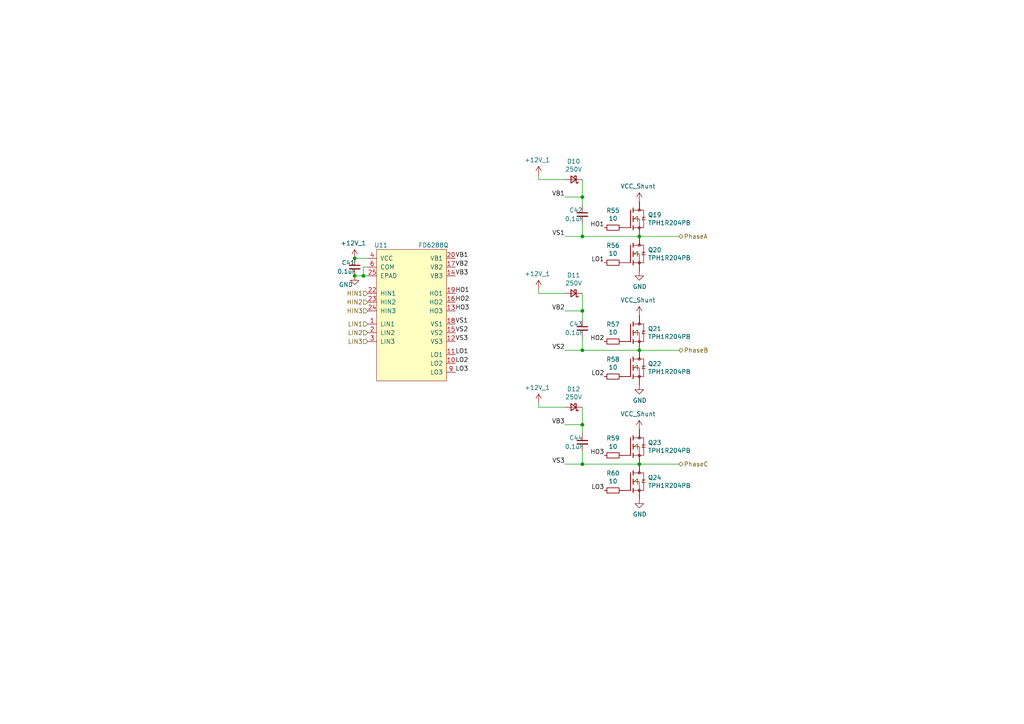
<source format=kicad_sch>
(kicad_sch (version 20250114) (generator "eeschema") (generator_version "9.0")
  (paper "A4")
  (lib_symbols
    (symbol "Device:C_Small" (pin_numbers (hide yes)) (pin_names (offset 0.254) (hide yes))
      (property "Reference" "C" (at 0.254 1.778 0))
      (property "Value" "C_Small" (at 0.254 -2.032 0))
      (symbol "C_Small_0_1"
        (polyline (pts (xy -1.524 0.508) (xy 1.524 0.508)) (stroke (width 0.3048)))
        (polyline (pts (xy -1.524 -0.508) (xy 1.524 -0.508)) (stroke (width 0.3302)))
      )
      (symbol "C_Small_1_1"
        (pin passive line (at 0 2.54 270) (length 2.032) (name "~") (number "1"))
        (pin passive line (at 0 -2.54 90) (length 2.032) (name "~") (number "2"))
      )
    )
    (symbol "Device:D_Schottky_Small" (pin_numbers (hide yes)) (pin_names (offset 0.254) (hide yes))
      (property "Reference" "D" (at -1.27 2.032 0))
      (property "Value" "D_Schottky_Small" (at -7.112 -2.032 0))
      (symbol "D_Schottky_Small_0_1"
        (polyline (pts (xy -1.27 0.762) (xy -1.27 1.016) (xy -0.762 1.016) (xy -0.762 -1.016) (xy -0.254 -1.016) (xy -0.254 -0.762)) (stroke (width 0.254)))
        (polyline (pts (xy -0.762 0) (xy 0.762 0)))
        (polyline (pts (xy 0.762 -1.016) (xy -0.762 0) (xy 0.762 1.016) (xy 0.762 -1.016)) (stroke (width 0.254)))
      )
      (symbol "D_Schottky_Small_1_1"
        (pin passive line (at -2.54 0 0) (length 1.778) (name "K") (number "1"))
        (pin passive line (at 2.54 0 180) (length 1.778) (name "A") (number "2"))
      )
    )
    (symbol "Device:R_Small" (pin_numbers (hide yes)) (pin_names (offset 0.254) (hide yes))
      (property "Reference" "R" (at 0 0 90))
      (property "Value" "R_Small" (at 1.778 0 90))
      (symbol "R_Small_0_1"
        (rectangle (start -0.762 1.778) (end 0.762 -1.778) (stroke (width 0.2032)))
      )
      (symbol "R_Small_1_1"
        (pin passive line (at 0 2.54 270) (length 0.762) (name "~") (number "1"))
        (pin passive line (at 0 -2.54 90) (length 0.762) (name "~") (number "2"))
      )
    )
    (symbol "Driver_FET:FD6288Q" (pin_names (offset 1.016))
      (property "Reference" "U" (at 1.27 -11.43 0))
      (property "Value" "Driver_FET_FD6288Q" (at 1.27 -13.335 0))
      (symbol "FD6288Q_0_1"
        (rectangle (start -8.89 -3.81) (end 11.43 -41.91) (stroke (width 0.127)) (fill (type background)))
      )
      (symbol "FD6288Q_1_1"
        (pin power_in line (at -11.43 -6.35 0) (length 2.54) (name "VCC") (number "4"))
        (pin power_in line (at -11.43 -8.89 0) (length 2.54) (name "COM") (number "6"))
        (pin power_in line (at -11.43 -11.43 0) (length 2.54) (name "EPAD") (number "25"))
        (pin bidirectional line (at -11.43 -16.51 0) (length 2.54) (name "HIN1") (number "22"))
        (pin bidirectional line (at -11.43 -19.05 0) (length 2.54) (name "HIN2") (number "23"))
        (pin bidirectional line (at -11.43 -21.59 0) (length 2.54) (name "HIN3") (number "24"))
        (pin bidirectional line (at -11.43 -25.4 0) (length 2.54) (name "LIN1") (number "1"))
        (pin bidirectional line (at -11.43 -27.94 0) (length 2.54) (name "LIN2") (number "2"))
        (pin bidirectional line (at -11.43 -30.48 0) (length 2.54) (name "LIN3") (number "3"))
        (pin bidirectional line (at 13.97 -6.35 180) (length 2.54) (name "VB1") (number "20"))
        (pin bidirectional line (at 13.97 -8.89 180) (length 2.54) (name "VB2") (number "17"))
        (pin bidirectional line (at 13.97 -11.43 180) (length 2.54) (name "VB3") (number "14"))
        (pin bidirectional line (at 13.97 -16.51 180) (length 2.54) (name "HO1") (number "19"))
        (pin bidirectional line (at 13.97 -19.05 180) (length 2.54) (name "HO2") (number "16"))
        (pin bidirectional line (at 13.97 -21.59 180) (length 2.54) (name "HO3") (number "13"))
        (pin bidirectional line (at 13.97 -25.4 180) (length 2.54) (name "VS1") (number "18"))
        (pin bidirectional line (at 13.97 -27.94 180) (length 2.54) (name "VS2") (number "15"))
        (pin bidirectional line (at 13.97 -30.48 180) (length 2.54) (name "VS3") (number "12"))
        (pin bidirectional line (at 13.97 -34.29 180) (length 2.54) (name "LO1") (number "11"))
        (pin bidirectional line (at 13.97 -36.83 180) (length 2.54) (name "LO2") (number "10"))
        (pin bidirectional line (at 13.97 -39.37 180) (length 2.54) (name "LO3") (number "9"))
      )
    )
    (symbol "JPW_Symbols:TPH1R204PB" (pin_numbers (hide yes)) (pin_names (offset 1.016) (hide yes))
      (property "Reference" "Q" (at -6.35 1.27 0))
      (property "Value" "JPW_Symbols_TPH1R204PB" (at -11.43 -7.62 0))
      (symbol "TPH1R204PB_0_0"
        (polyline (pts (xy -2.54 2.54) (xy -2.54 -2.54)) (stroke (width 0.254)))
        (polyline (pts (xy -1.778 3.175) (xy -1.778 2.54)) (stroke (width 0.254)))
        (polyline (pts (xy -1.778 2.54) (xy -1.778 1.905)) (stroke (width 0.254)))
        (polyline (pts (xy -1.778 2.54) (xy 1.27 2.54)) (stroke (width 0.1524)))
        (polyline (pts (xy -1.778 0.762) (xy -1.778 0)) (stroke (width 0.254)))
        (polyline (pts (xy -1.778 0) (xy -1.778 -0.762)) (stroke (width 0.254)))
        (polyline (pts (xy -1.778 0) (xy 0 0)) (stroke (width 0.1524)))
        (polyline (pts (xy -1.778 -1.905) (xy -1.778 -2.54)) (stroke (width 0.254)))
        (polyline (pts (xy -1.778 -2.54) (xy -1.778 -3.175)) (stroke (width 0.254)))
        (polyline (pts (xy -1.524 0) (xy -0.508 0.762) (xy -0.508 -0.762)) (stroke (width 0.1524)) (fill (type background)))
        (circle (center 0 2.54) (radius 0.3556))
        (polyline (pts (xy 0 0) (xy 0 -2.54)) (stroke (width 0.1524)))
        (polyline (pts (xy 0 -2.54) (xy -1.778 -2.54)) (stroke (width 0.1524)))
        (polyline (pts (xy 0 -2.54) (xy 1.27 -2.54)) (stroke (width 0.1524)))
        (circle (center 0 -2.54) (radius 0.3556))
        (polyline (pts (xy 1.27 2.54) (xy 1.27 0.508)) (stroke (width 0.1524)))
        (polyline (pts (xy 1.27 0.508) (xy 0.762 0.508)) (stroke (width 0.1524)))
        (polyline (pts (xy 1.27 0.508) (xy 1.27 -2.54)) (stroke (width 0.1524)))
        (polyline (pts (xy 1.27 0.508) (xy 0.762 -0.254) (xy 1.778 -0.254)) (stroke (width 0.1524)) (fill (type background)))
        (polyline (pts (xy 1.778 0.508) (xy 1.27 0.508)) (stroke (width 0.1524)))
        (pin passive line (at -5.08 -2.54 0) (length 2.54) (name "~") (number "4"))
        (pin passive line (at 0 5.08 270) (length 2.54) (name "~") (number "5"))
        (pin passive line (at 0 5.08 270) (length 2.54) (name "~") (number "6"))
        (pin passive line (at 0 5.08 270) (length 2.54) (name "~") (number "7"))
        (pin passive line (at 0 5.08 270) (length 2.54) (name "~") (number "8"))
        (pin passive line (at 0 5.08 270) (length 2.54) (name "~") (number "9"))
        (pin passive line (at 0 -5.08 90) (length 2.54) (name "~") (number "1"))
        (pin passive line (at 0 -5.08 90) (length 2.54) (name "~") (number "2"))
        (pin passive line (at 0 -5.08 90) (length 2.54) (name "~") (number "3"))
      )
    )
    (symbol "power:+12V_1" (power) (pin_names (offset 1.016))
      (property "Value" "power_+12V_1" (at 0 3.81 0))
      (symbol "+12V_1_1_1"
        (polyline (pts (xy -0.762 1.27) (xy 0 2.54)))
        (polyline (pts (xy 0 2.54) (xy 0.762 1.27)))
        (polyline (pts (xy 0 0) (xy 0 2.54)))
        (pin power_in line (at 0 0 90) (length 0) (hide yes) (name "+12V_1") (number "1"))
      )
    )
    (symbol "power:GND" (power) (pin_numbers (hide yes)) (pin_names (offset 0) (hide yes))
      (property "Value" "GND" (at 0 -3.81 0))
      (symbol "GND_0_1"
        (polyline (pts (xy 0 0) (xy 0 -1.27) (xy 1.27 -1.27) (xy 0 -2.54) (xy -1.27 -1.27) (xy 0 -1.27)))
      )
      (symbol "GND_1_1"
        (pin power_in line (at 0 0 270) (length 0) (name "~") (number "1"))
      )
    )
    (symbol "power:VCC_Shunt" (power) (pin_names (offset 1.016))
      (property "Value" "power_VCC_Shunt" (at 5.08 5.08 0))
      (symbol "VCC_Shunt_1_1"
        (polyline (pts (xy -0.762 1.27) (xy 0 2.54)))
        (polyline (pts (xy 0 2.54) (xy 0.762 1.27)))
        (polyline (pts (xy 0 0) (xy 0 2.54)))
        (pin power_in line (at 0 0 90) (length 0) (hide yes) (name "VCC_Shunt") (number "1"))
      )
    )
  )
  (junction (at 168.91 57.15))
  (junction (at 168.91 134.62))
  (junction (at 105.41 80.01))
  (junction (at 102.87 74.93))
  (junction (at 102.87 80.01))
  (junction (at 168.91 90.17))
  (junction (at 168.91 123.19))
  (junction (at 185.42 134.62))
  (junction (at 185.42 101.6))
  (junction (at 168.91 68.58))
  (junction (at 168.91 101.6))
  (junction (at 185.42 68.58))
  (wire (pts (xy 168.91 101.6) (xy 185.42 101.6)))
  (wire (pts (xy 168.91 123.19) (xy 168.91 125.73)))
  (wire (pts (xy 168.91 57.15) (xy 168.91 59.69)))
  (wire (pts (xy 168.91 64.77) (xy 168.91 68.58)))
  (wire (pts (xy 105.41 80.01) (xy 105.41 77.47)))
  (wire (pts (xy 163.83 101.6) (xy 168.91 101.6)))
  (wire (pts (xy 163.83 90.17) (xy 168.91 90.17)))
  (wire (pts (xy 168.91 97.79) (xy 168.91 101.6)))
  (wire (pts (xy 105.41 80.01) (xy 102.87 80.01)))
  (wire (pts (xy 168.91 134.62) (xy 185.42 134.62)))
  (wire (pts (xy 168.91 118.11) (xy 168.91 123.19)))
  (wire (pts (xy 163.83 134.62) (xy 168.91 134.62)))
  (wire (pts (xy 185.42 101.6) (xy 196.85 101.6)))
  (wire (pts (xy 185.42 134.62) (xy 196.85 134.62)))
  (wire (pts (xy 156.21 52.07) (xy 156.21 50.8)))
  (wire (pts (xy 156.21 118.11) (xy 156.21 116.84)))
  (wire (pts (xy 163.83 57.15) (xy 168.91 57.15)))
  (wire (pts (xy 156.21 52.07) (xy 163.83 52.07)))
  (wire (pts (xy 168.91 68.58) (xy 185.42 68.58)))
  (wire (pts (xy 168.91 85.09) (xy 168.91 90.17)))
  (wire (pts (xy 105.41 77.47) (xy 106.68 77.47)))
  (wire (pts (xy 102.87 74.93) (xy 106.68 74.93)))
  (wire (pts (xy 156.21 85.09) (xy 163.83 85.09)))
  (wire (pts (xy 168.91 90.17) (xy 168.91 92.71)))
  (wire (pts (xy 185.42 68.58) (xy 196.85 68.58)))
  (wire (pts (xy 168.91 52.07) (xy 168.91 57.15)))
  (wire (pts (xy 163.83 123.19) (xy 168.91 123.19)))
  (wire (pts (xy 156.21 85.09) (xy 156.21 83.82)))
  (wire (pts (xy 163.83 68.58) (xy 168.91 68.58)))
  (wire (pts (xy 156.21 118.11) (xy 163.83 118.11)))
  (wire (pts (xy 168.91 130.81) (xy 168.91 134.62)))
  (wire (pts (xy 106.68 80.01) (xy 105.41 80.01)))
  (label "HO2" (at 132.08 87.63 0))
  (label "LO1" (at 132.08 102.87 0))
  (label "VS1" (at 132.08 93.98 0))
  (label "VB3" (at 163.83 123.19 180))
  (label "VB2" (at 163.83 90.17 180))
  (label "HO3" (at 175.26 132.08 180))
  (label "VB2" (at 132.08 77.47 0))
  (label "VS1" (at 163.83 68.58 180))
  (label "HO1" (at 132.08 85.09 0))
  (label "VB3" (at 132.08 80.01 0))
  (label "LO1" (at 175.26 76.2 180))
  (label "VS2" (at 132.08 96.52 0))
  (label "VS3" (at 132.08 99.06 0))
  (label "HO1" (at 175.26 66.04 180))
  (label "HO2" (at 175.26 99.06 180))
  (label "LO3" (at 132.08 107.95 0))
  (label "LO2" (at 132.08 105.41 0))
  (label "VS3" (at 163.83 134.62 180))
  (label "LO2" (at 175.26 109.22 180))
  (label "VB1" (at 163.83 57.15 180))
  (label "VS2" (at 163.83 101.6 180))
  (label "LO3" (at 175.26 142.24 180))
  (label "VB1" (at 132.08 74.93 0))
  (label "HO3" (at 132.08 90.17 0))
  (hierarchical_label "PhaseB" (shape bidirectional) (at 196.85 101.6 0))
  (hierarchical_label "PhaseA" (shape bidirectional) (at 196.85 68.58 0))
  (hierarchical_label "LIN3" (shape input) (at 106.68 99.06 180))
  (hierarchical_label "HIN2" (shape input) (at 106.68 87.63 180))
  (hierarchical_label "LIN2" (shape input) (at 106.68 96.52 180))
  (hierarchical_label "HIN3" (shape input) (at 106.68 90.17 180))
  (hierarchical_label "LIN1" (shape input) (at 106.68 93.98 180))
  (hierarchical_label "PhaseC" (shape bidirectional) (at 196.85 134.62 0))
  (hierarchical_label "HIN1" (shape input) (at 106.68 85.09 180))
  (symbol (lib_id "Device:D_Schottky_Small") (at 166.37 118.11 180) (unit 1)
    (property "Reference" "D12" (at 166.37 112.8522 0))
    (property "Value" "250V" (at 166.37 115.1636 0))
    (property "Footprint" "Diode_SMD:D_SOD-523" (effects (hide yes)))
  )
  (symbol (lib_id "Device:R_Small") (at 177.8 76.2 270) (unit 1)
    (property "Reference" "R56" (at 177.8 71.2216 90))
    (property "Value" "10" (at 177.8 73.533 90))
    (property "Footprint" "Resistor_SMD:R_0402_1005Metric" (effects (hide yes)))
  )
  (symbol (lib_id "Device:R_Small") (at 177.8 66.04 270) (unit 1)
    (property "Reference" "R55" (at 177.8 61.0616 90))
    (property "Value" "10" (at 177.8 63.373 90))
    (property "Footprint" "Resistor_SMD:R_0402_1005Metric" (effects (hide yes)))
  )
  (symbol (lib_id "power:GND") (at 185.42 111.76 0) (unit 1)
    (property "Reference" "#PWR0169" (effects (hide yes)))
    (property "Value" "GND" (at 185.547 116.1542 0))
  )
  (symbol (lib_id "Device:R_Small") (at 177.8 109.22 270) (unit 1)
    (property "Reference" "R58" (at 177.8 104.2416 90))
    (property "Value" "10" (at 177.8 106.553 90))
    (property "Footprint" "Resistor_SMD:R_0402_1005Metric" (effects (hide yes)))
  )
  (symbol (lib_id "Driver_FET:FD6288Q") (at 118.11 68.58 0) (unit 1)
    (property "Reference" "U11" (at 110.49 71.12 0))
    (property "Value" "FD6288Q" (at 125.73 71.12 0))
    (property "Footprint" "Package_DFN_QFN:QFN-24-1EP_4x4mm_P0.5mm_EP2.7x2.7mm" (effects (hide yes)))
  )
  (symbol (lib_id "power:GND") (at 102.87 80.01 0) (unit 1)
    (property "Reference" "#PWR0167" (effects (hide yes)))
    (property "Value" "GND" (at 100.33 82.55 0))
  )
  (symbol (lib_id "Device:C_Small") (at 102.87 77.47 0) (unit 1)
    (property "Reference" "C41" (at 99.06 76.2 0) (effects (justify left)))
    (property "Value" "0.1uF" (at 97.79 78.74 0) (effects (justify left)))
    (property "Footprint" "Capacitor_SMD:C_0402_1005Metric" (effects (hide yes)))
  )
  (symbol (lib_id "Device:D_Schottky_Small") (at 166.37 85.09 180) (unit 1)
    (property "Reference" "D11" (at 166.37 79.8322 0))
    (property "Value" "250V" (at 166.37 82.1436 0))
    (property "Footprint" "Diode_SMD:D_SOD-523" (effects (hide yes)))
  )
  (symbol (lib_id "Device:C_Small") (at 168.91 95.25 0) (unit 1)
    (property "Reference" "C43" (at 165.1 93.98 0) (effects (justify left)))
    (property "Value" "0.1uF" (at 163.83 96.52 0) (effects (justify left)))
    (property "Footprint" "Capacitor_SMD:C_0603_1608Metric" (effects (hide yes)))
  )
  (symbol (lib_id "Device:C_Small") (at 168.91 62.23 0) (unit 1)
    (property "Reference" "C42" (at 165.1 60.96 0) (effects (justify left)))
    (property "Value" "0.1uF" (at 163.83 63.5 0) (effects (justify left)))
    (property "Footprint" "Capacitor_SMD:C_0603_1608Metric" (effects (hide yes)))
  )
  (symbol (lib_id "power:GND") (at 185.42 144.78 0) (unit 1)
    (property "Reference" "#PWR0170" (effects (hide yes)))
    (property "Value" "GND" (at 185.547 149.1742 0))
  )
  (symbol (lib_id "Device:R_Small") (at 177.8 142.24 270) (unit 1)
    (property "Reference" "R60" (at 177.8 137.2616 90))
    (property "Value" "10" (at 177.8 139.573 90))
    (property "Footprint" "Resistor_SMD:R_0402_1005Metric" (effects (hide yes)))
  )
  (symbol (lib_id "power:GND") (at 185.42 78.74 0) (unit 1)
    (property "Reference" "#PWR0168" (effects (hide yes)))
    (property "Value" "GND" (at 185.547 83.1342 0))
  )
  (symbol (lib_id "Device:D_Schottky_Small") (at 166.37 52.07 180) (unit 1)
    (property "Reference" "D10" (at 166.37 46.8122 0))
    (property "Value" "250V" (at 166.37 49.1236 0))
    (property "Footprint" "Diode_SMD:D_SOD-523" (effects (hide yes)))
  )
  (symbol (lib_id "Device:C_Small") (at 168.91 128.27 0) (unit 1)
    (property "Reference" "C44" (at 165.1 127 0) (effects (justify left)))
    (property "Value" "0.1uF" (at 163.83 129.54 0) (effects (justify left)))
    (property "Footprint" "Capacitor_SMD:C_0603_1608Metric" (effects (hide yes)))
  )
  (symbol (lib_id "Device:R_Small") (at 177.8 132.08 270) (unit 1)
    (property "Reference" "R59" (at 177.8 127.1016 90))
    (property "Value" "10" (at 177.8 129.54 90))
    (property "Footprint" "Resistor_SMD:R_0402_1005Metric" (effects (hide yes)))
  )
  (symbol (lib_id "power:VCC_Shunt") (at 185.42 58.42 0) (unit 1)
    (property "Reference" "#PWR0171" (effects (hide yes)))
    (property "Value" "VCC_Shunt" (at 185.039 54.0258 0))
  )
  (symbol (lib_id "power:VCC_Shunt") (at 185.42 124.46 0) (unit 1)
    (property "Reference" "#PWR0173" (effects (hide yes)))
    (property "Value" "VCC_Shunt" (at 185.039 120.0658 0))
  )
  (symbol (lib_id "power:VCC_Shunt") (at 185.42 91.44 0) (unit 1)
    (property "Reference" "#PWR0172" (effects (hide yes)))
    (property "Value" "VCC_Shunt" (at 185.039 87.0458 0))
  )
  (symbol (lib_id "Device:R_Small") (at 177.8 99.06 270) (unit 1)
    (property "Reference" "R57" (at 177.8 94.0816 90))
    (property "Value" "10" (at 177.8 96.393 90))
    (property "Footprint" "Resistor_SMD:R_0402_1005Metric" (effects (hide yes)))
  )
  (symbol (lib_id "power:+12V_1") (at 102.87 74.93 0) (unit 1)
    (property "Reference" "#PWR0174" (effects (hide yes)))
    (property "Value" "+12V_1" (at 102.489 70.5358 0))
  )
  (symbol (lib_id "power:+12V_1") (at 156.21 50.8 0) (unit 1)
    (property "Reference" "#PWR0175" (effects (hide yes)))
    (property "Value" "+12V_1" (at 155.829 46.4058 0))
  )
  (symbol (lib_id "power:+12V_1") (at 156.21 83.82 0) (unit 1)
    (property "Reference" "#PWR0187" (effects (hide yes)))
    (property "Value" "+12V_1" (at 155.829 79.4258 0))
  )
  (symbol (lib_id "power:+12V_1") (at 156.21 116.84 0) (unit 1)
    (property "Reference" "#PWR0189" (effects (hide yes)))
    (property "Value" "+12V_1" (at 155.829 112.4458 0))
  )
  (symbol (lib_id "JPW_Symbols:TPH1R204PB") (at 185.42 63.5 0) (unit 1)
    (property "Reference" "Q19" (at 187.9092 62.3316 0) (effects (justify left)))
    (property "Value" "TPH1R204PB" (at 187.9092 64.643 0) (effects (justify left)))
    (property "Footprint" "Footprints:TPH1R204PB" (effects (hide yes)))
    (property "MANUFACTURER" "TOSHIBA" (effects (hide yes)))
    (property "PARTREV" "3" (effects (hide yes)))
  )
  (symbol (lib_id "JPW_Symbols:TPH1R204PB") (at 185.42 73.66 0) (unit 1)
    (property "Reference" "Q20" (at 187.9092 72.4916 0) (effects (justify left)))
    (property "Value" "TPH1R204PB" (at 187.9092 74.803 0) (effects (justify left)))
    (property "Footprint" "Footprints:TPH1R204PB" (effects (hide yes)))
    (property "MANUFACTURER" "TOSHIBA" (effects (hide yes)))
    (property "PARTREV" "3" (effects (hide yes)))
  )
  (symbol (lib_id "JPW_Symbols:TPH1R204PB") (at 185.42 96.52 0) (unit 1)
    (property "Reference" "Q21" (at 187.9092 95.3516 0) (effects (justify left)))
    (property "Value" "TPH1R204PB" (at 187.9092 97.663 0) (effects (justify left)))
    (property "Footprint" "Footprints:TPH1R204PB" (effects (hide yes)))
    (property "MANUFACTURER" "TOSHIBA" (effects (hide yes)))
    (property "PARTREV" "3" (effects (hide yes)))
  )
  (symbol (lib_id "JPW_Symbols:TPH1R204PB") (at 185.42 106.68 0) (unit 1)
    (property "Reference" "Q22" (at 187.9092 105.5116 0) (effects (justify left)))
    (property "Value" "TPH1R204PB" (at 187.9092 107.823 0) (effects (justify left)))
    (property "Footprint" "Footprints:TPH1R204PB" (effects (hide yes)))
    (property "MANUFACTURER" "TOSHIBA" (effects (hide yes)))
    (property "PARTREV" "3" (effects (hide yes)))
  )
  (symbol (lib_id "JPW_Symbols:TPH1R204PB") (at 185.42 129.54 0) (unit 1)
    (property "Reference" "Q23" (at 187.9092 128.3716 0) (effects (justify left)))
    (property "Value" "TPH1R204PB" (at 187.9092 130.683 0) (effects (justify left)))
    (property "Footprint" "Footprints:TPH1R204PB" (effects (hide yes)))
    (property "MANUFACTURER" "TOSHIBA" (effects (hide yes)))
    (property "PARTREV" "3" (effects (hide yes)))
  )
  (symbol (lib_id "JPW_Symbols:TPH1R204PB") (at 185.42 139.7 0) (unit 1)
    (property "Reference" "Q24" (at 187.9092 138.5316 0) (effects (justify left)))
    (property "Value" "TPH1R204PB" (at 187.9092 140.843 0) (effects (justify left)))
    (property "Footprint" "Footprints:TPH1R204PB" (effects (hide yes)))
    (property "MANUFACTURER" "TOSHIBA" (effects (hide yes)))
    (property "PARTREV" "3" (effects (hide yes)))
  )
)
</source>
